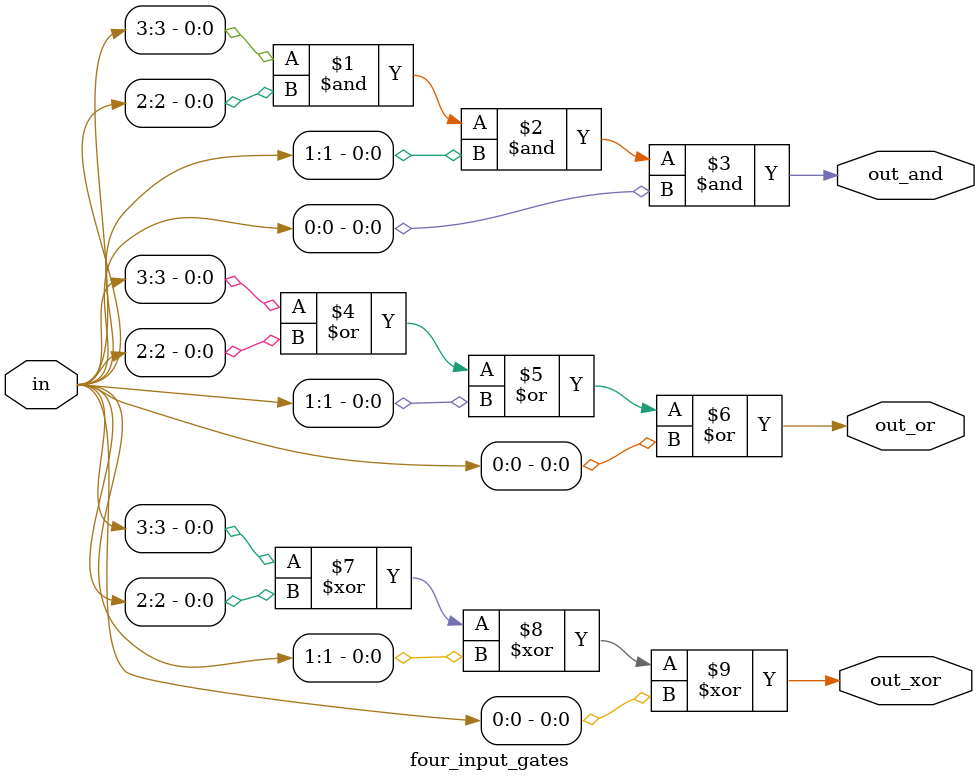
<source format=v>
module four_input_gates( 
    input [3:0] in,
    output out_and,
    output out_or,
    output out_xor
);

    assign out_and = in[3] & in[2] & in[1] & in[0];
    assign out_or = in[3] | in[2] | in[1] | in[0];
    assign out_xor = in[3] ^ in[2] ^ in[1] ^ in[0];
endmodule

</source>
